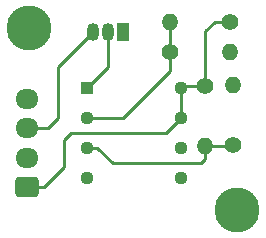
<source format=gbr>
%TF.GenerationSoftware,KiCad,Pcbnew,(7.0.0)*%
%TF.CreationDate,2023-12-21T14:53:24+01:00*%
%TF.ProjectId,LDR,4c44522e-6b69-4636-9164-5f7063625858,rev?*%
%TF.SameCoordinates,Original*%
%TF.FileFunction,Copper,L1,Top*%
%TF.FilePolarity,Positive*%
%FSLAX46Y46*%
G04 Gerber Fmt 4.6, Leading zero omitted, Abs format (unit mm)*
G04 Created by KiCad (PCBNEW (7.0.0)) date 2023-12-21 14:53:24*
%MOMM*%
%LPD*%
G01*
G04 APERTURE LIST*
G04 Aperture macros list*
%AMRoundRect*
0 Rectangle with rounded corners*
0 $1 Rounding radius*
0 $2 $3 $4 $5 $6 $7 $8 $9 X,Y pos of 4 corners*
0 Add a 4 corners polygon primitive as box body*
4,1,4,$2,$3,$4,$5,$6,$7,$8,$9,$2,$3,0*
0 Add four circle primitives for the rounded corners*
1,1,$1+$1,$2,$3*
1,1,$1+$1,$4,$5*
1,1,$1+$1,$6,$7*
1,1,$1+$1,$8,$9*
0 Add four rect primitives between the rounded corners*
20,1,$1+$1,$2,$3,$4,$5,0*
20,1,$1+$1,$4,$5,$6,$7,0*
20,1,$1+$1,$6,$7,$8,$9,0*
20,1,$1+$1,$8,$9,$2,$3,0*%
G04 Aperture macros list end*
%TA.AperFunction,ComponentPad*%
%ADD10C,3.800000*%
%TD*%
%TA.AperFunction,ComponentPad*%
%ADD11C,1.400000*%
%TD*%
%TA.AperFunction,ComponentPad*%
%ADD12O,1.400000X1.400000*%
%TD*%
%TA.AperFunction,ComponentPad*%
%ADD13R,1.050000X1.500000*%
%TD*%
%TA.AperFunction,ComponentPad*%
%ADD14O,1.050000X1.500000*%
%TD*%
%TA.AperFunction,ComponentPad*%
%ADD15RoundRect,0.250000X0.725000X-0.600000X0.725000X0.600000X-0.725000X0.600000X-0.725000X-0.600000X0*%
%TD*%
%TA.AperFunction,ComponentPad*%
%ADD16O,1.950000X1.700000*%
%TD*%
%TA.AperFunction,ComponentPad*%
%ADD17R,1.130000X1.130000*%
%TD*%
%TA.AperFunction,ComponentPad*%
%ADD18C,1.130000*%
%TD*%
%TA.AperFunction,Conductor*%
%ADD19C,0.250000*%
%TD*%
G04 APERTURE END LIST*
D10*
%TO.P,H1,1,1*%
%TO.N,GND*%
X203250000Y-54900000D03*
%TD*%
D11*
%TO.P,R1,1*%
%TO.N,Net-(U1-IN-)*%
X220573600Y-64846200D03*
D12*
%TO.P,R1,2*%
%TO.N,GND*%
X220573599Y-59766199D03*
%TD*%
D11*
%TO.P,R2,1*%
%TO.N,+3V3*%
X220294200Y-54356000D03*
D12*
%TO.P,R2,2*%
%TO.N,Net-(U1-IN+)*%
X215214199Y-54355999D03*
%TD*%
D11*
%TO.P,R3,1*%
%TO.N,+3V3*%
X218211400Y-59791600D03*
D12*
%TO.P,R3,2*%
%TO.N,Net-(U1-IN-)*%
X218211399Y-64871599D03*
%TD*%
D11*
%TO.P,R4,1*%
%TO.N,Net-(U1-IN+)*%
X215214200Y-56946800D03*
D12*
%TO.P,R4,2*%
%TO.N,GND*%
X220294199Y-56946799D03*
%TD*%
D13*
%TO.P,Q1,1,E*%
%TO.N,GND*%
X211251799Y-55215199D03*
D14*
%TO.P,Q1,2,B*%
%TO.N,Net-(Q1-B)*%
X209981799Y-55215199D03*
%TO.P,Q1,3,C*%
%TO.N,3V3_en*%
X208711799Y-55215199D03*
%TD*%
D10*
%TO.P,H2,1,1*%
%TO.N,GND*%
X220900000Y-70300000D03*
%TD*%
D15*
%TO.P,J2,1,Pin_1*%
%TO.N,+3V3*%
X203073000Y-68373000D03*
D16*
%TO.P,J2,2,Pin_2*%
%TO.N,GND*%
X203072999Y-65872999D03*
%TO.P,J2,3,Pin_3*%
%TO.N,3V3_en*%
X203072999Y-63372999D03*
%TO.P,J2,4,Pin_4*%
%TO.N,unconnected-(J2-Pin_4-Pad4)*%
X203072999Y-60872999D03*
%TD*%
D17*
%TO.P,U1,1,EMIT_OUT*%
%TO.N,Net-(Q1-B)*%
X208196199Y-59969399D03*
D18*
%TO.P,U1,2,IN+*%
%TO.N,Net-(U1-IN+)*%
X208196200Y-62509400D03*
%TO.P,U1,3,IN-*%
%TO.N,Net-(U1-IN-)*%
X208196200Y-65049400D03*
%TO.P,U1,4,VCC-*%
%TO.N,GND*%
X208196200Y-67589400D03*
%TO.P,U1,5,BALANCE*%
%TO.N,unconnected-(U1-BALANCE-Pad5)*%
X216136200Y-67589400D03*
%TO.P,U1,6,BAL/STRB*%
%TO.N,unconnected-(U1-BAL{slash}STRB-Pad6)*%
X216136200Y-65049400D03*
%TO.P,U1,7,COL_OUT*%
%TO.N,+3V3*%
X216136200Y-62509400D03*
%TO.P,U1,8,VCC+*%
X216136200Y-59969400D03*
%TD*%
D19*
%TO.N,3V3_en*%
X204876400Y-63373000D02*
X205765400Y-62484000D01*
X205765400Y-58161600D02*
X208711800Y-55215200D01*
X205765400Y-62484000D02*
X205765400Y-58161600D01*
X203073000Y-63373000D02*
X204876400Y-63373000D01*
%TO.N,Net-(Q1-B)*%
X209981800Y-58183800D02*
X209981800Y-55215200D01*
X208196200Y-59969400D02*
X209981800Y-58183800D01*
%TO.N,+3V3*%
X203073000Y-68373000D02*
X204524600Y-68373000D01*
X218211400Y-59791600D02*
X216314000Y-59791600D01*
X214866200Y-63779400D02*
X216136200Y-62509400D01*
X204524600Y-68373000D02*
X206197200Y-66700400D01*
X217830400Y-60172600D02*
X218211400Y-59791600D01*
X216136200Y-62509400D02*
X216136200Y-59969400D01*
X219049600Y-54356000D02*
X218211400Y-55194200D01*
X220294200Y-54356000D02*
X219049600Y-54356000D01*
X216314000Y-59791600D02*
X216136200Y-59969400D01*
X206197200Y-66700400D02*
X206197200Y-64414400D01*
X218211400Y-55194200D02*
X218211400Y-59791600D01*
X206197200Y-64414400D02*
X206832200Y-63779400D01*
X206832200Y-63779400D02*
X214866200Y-63779400D01*
%TO.N,Net-(U1-IN-)*%
X218211400Y-65963800D02*
X218211400Y-64871600D01*
X210362800Y-66344800D02*
X217830400Y-66344800D01*
X218211400Y-64871600D02*
X220548200Y-64871600D01*
X209067400Y-65049400D02*
X210362800Y-66344800D01*
X220548200Y-64871600D02*
X220573600Y-64846200D01*
X217830400Y-66344800D02*
X218211400Y-65963800D01*
X208196200Y-65049400D02*
X209067400Y-65049400D01*
%TO.N,Net-(U1-IN+)*%
X211226400Y-62509400D02*
X215214200Y-58521600D01*
X215214200Y-54356000D02*
X215214200Y-56946800D01*
X215214200Y-58521600D02*
X215214200Y-56946800D01*
X208196200Y-62509400D02*
X211226400Y-62509400D01*
%TD*%
M02*

</source>
